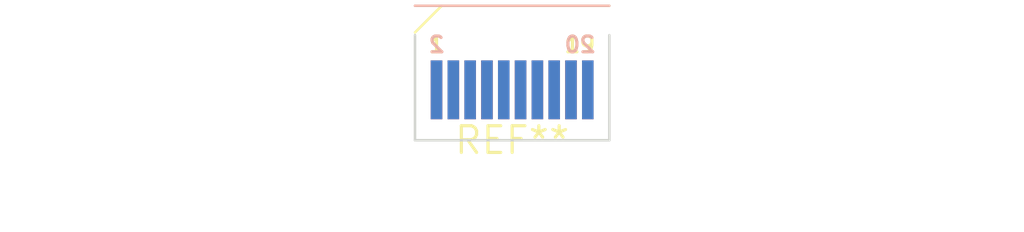
<source format=kicad_pcb>
(kicad_pcb (version 20240108) (generator pcbnew)
  (layers (0 "F.Cu" signal) (31 "B.Cu" signal) (34 "B.Paste" user) (35 "F.Paste" user) (36 "B.SilkS" user "B.Silkscreen") (37 "F.SilkS" user "F.Silkscreen") (38 "B.Mask" user) (39 "F.Mask" user) (44 "Edge.Cuts" user))
  (net 0 "")
  (footprint "Samtec_HSEC8-110-X-X-DV_2x10_P0.8mm_Edge" (layer "F.Cu") (at 0 0)
    (property "Reference" "REF**")
    (property "Value" "Samtec_HSEC8-110-X-X-DV_2x10_P0.8mm_Edge")
    (fp_line (start -4.625 -6.4) (end -4.625 -6.4) (layer "B.SilkS") (stroke (width 0.12)))
    (fp_line (start -4.625 -6.4) (end 4.625 -6.4) (layer "B.SilkS") (stroke (width 0.12)))
    (fp_line (start -4.625 -5.13) (end -3.355 -6.4) (layer "F.SilkS") (stroke (width 0.12)))
    (fp_line (start -3.355 -6.4) (end 4.625 -6.4) (layer "F.SilkS") (stroke (width 0.12)))
    (fp_line (start -4.625 -5) (end -4.625 0) (layer "Edge.Cuts") (stroke (width 0.12)))
    (fp_line (start -4.625 0) (end 4.625 0) (layer "Edge.Cuts") (stroke (width 0.12)))
    (fp_line (start 4.625 0) (end 4.625 -5) (layer "Edge.Cuts") (stroke (width 0.12)))
    (fp_text user "20" (at 3.225 -4.55 0) (layer "B.SilkS") (effects (font (size 0.75 0.75)) (justify mirror)))
    (fp_text user "2" (at -3.6 -4.55 0) (layer "B.SilkS") (effects (font (size 0.75 0.75)) (justify mirror)))
    (fp_text user "19" (at 3.225 -4.55 0) (layer "F.SilkS") (effects (font (size 0.75 0.75))))
    (fp_text user "1" (at -3.6 -4.55 0) (layer "F.SilkS") (effects (font (size 0.75 0.75))))
    (pad "1" connect rect (at -3.6 -2.4) (size 0.55 2.8) (layers "F.Cu" "F.Mask"))
    (pad "2" connect rect (at -3.6 -2.4) (size 0.55 2.8) (layers "B.Cu" "B.Mask"))
    (pad "3" connect rect (at -2.8 -2.4) (size 0.55 2.8) (layers "F.Cu" "F.Mask"))
    (pad "4" connect rect (at -2.8 -2.4) (size 0.55 2.8) (layers "B.Cu" "B.Mask"))
    (pad "5" connect rect (at -2 -2.4) (size 0.55 2.8) (layers "F.Cu" "F.Mask"))
    (pad "6" connect rect (at -2 -2.4) (size 0.55 2.8) (layers "B.Cu" "B.Mask"))
    (pad "7" connect rect (at -1.2 -2.4) (size 0.55 2.8) (layers "F.Cu" "F.Mask"))
    (pad "8" connect rect (at -1.2 -2.4) (size 0.55 2.8) (layers "B.Cu" "B.Mask"))
    (pad "9" connect rect (at -0.4 -2.4) (size 0.55 2.8) (layers "F.Cu" "F.Mask"))
    (pad "10" connect rect (at -0.4 -2.4) (size 0.55 2.8) (layers "B.Cu" "B.Mask"))
    (pad "11" connect rect (at 0.4 -2.4) (size 0.55 2.8) (layers "F.Cu" "F.Mask"))
    (pad "12" connect rect (at 0.4 -2.4) (size 0.55 2.8) (layers "B.Cu" "B.Mask"))
    (pad "13" connect rect (at 1.2 -2.4) (size 0.55 2.8) (layers "F.Cu" "F.Mask"))
    (pad "14" connect rect (at 1.2 -2.4) (size 0.55 2.8) (layers "B.Cu" "B.Mask"))
    (pad "15" connect rect (at 2 -2.4) (size 0.55 2.8) (layers "F.Cu" "F.Mask"))
    (pad "16" connect rect (at 2 -2.4) (size 0.55 2.8) (layers "B.Cu" "B.Mask"))
    (pad "17" connect rect (at 2.8 -2.4) (size 0.55 2.8) (layers "F.Cu" "F.Mask"))
    (pad "18" connect rect (at 2.8 -2.4) (size 0.55 2.8) (layers "B.Cu" "B.Mask"))
    (pad "19" connect rect (at 3.6 -2.4) (size 0.55 2.8) (layers "F.Cu" "F.Mask"))
    (pad "20" connect rect (at 3.6 -2.4) (size 0.55 2.8) (layers "B.Cu" "B.Mask"))
  )
)
</source>
